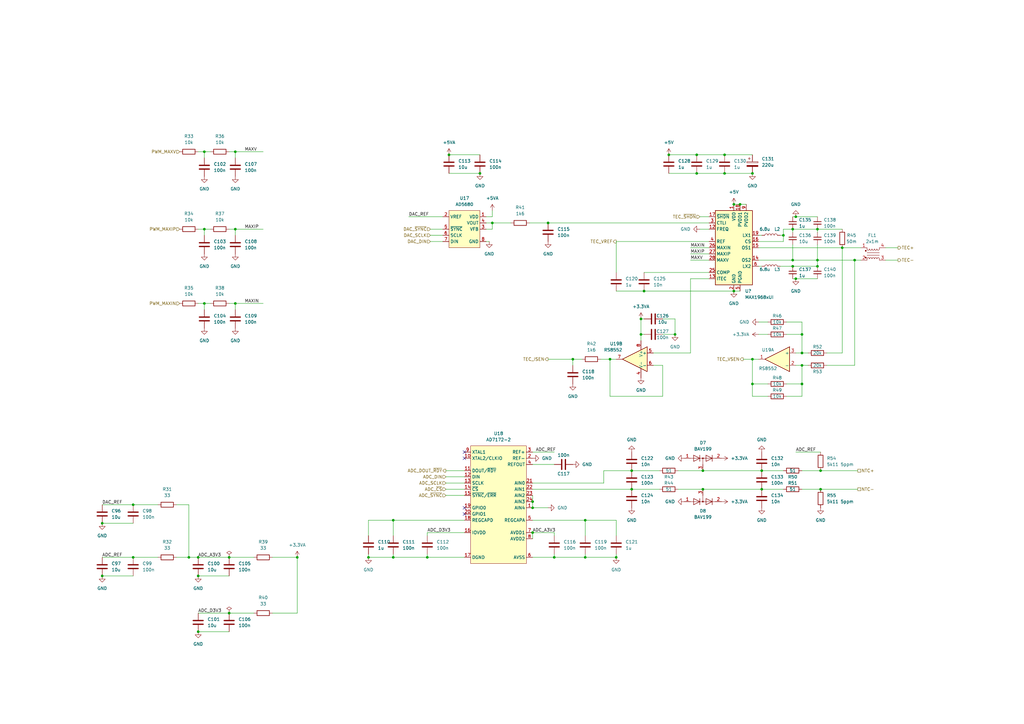
<source format=kicad_sch>
(kicad_sch (version 20211123) (generator eeschema)
  (paper "A3")
  (title_block (title "Kirdy") (date "2022-07-03") (rev "r0.1") (company "M-Labs") (comment 1 "Alex Wong Tat Hang"))
  (junction (at 300.99 119.38))
  (junction (at 350.52 106.68))
  (junction (at 297.18 63.5))
  (junction (at 274.32 63.5))
  (junction (at 300.99 83.82))
  (junction (at 201.93 91.44))
  (junction (at 252.73 228.6))
  (junction (at 96.52 62.23))
  (junction (at 308.61 147.32))
  (junction (at 161.29 213.36))
  (junction (at 325.12 106.68))
  (junction (at 234.95 147.32))
  (junction (at 83.82 62.23))
  (junction (at 41.91 214.63))
  (junction (at 81.28 259.08))
  (junction (at 121.92 228.6))
  (junction (at 218.44 218.44))
  (junction (at 328.93 149.86))
  (junction (at 336.55 193.04))
  (junction (at 218.44 208.28))
  (junction (at 161.29 228.6))
  (junction (at 308.61 71.12))
  (junction (at 93.98 251.46))
  (junction (at 325.12 93.98))
  (junction (at 224.79 91.44))
  (junction (at 262.89 137.16))
  (junction (at 285.75 71.12))
  (junction (at 308.61 157.48))
  (junction (at 326.39 114.3))
  (junction (at 250.19 147.32))
  (junction (at 83.82 93.98))
  (junction (at 81.28 228.6))
  (junction (at 83.82 124.46))
  (junction (at 175.26 228.6))
  (junction (at 259.08 193.04))
  (junction (at 81.28 236.22))
  (junction (at 321.31 96.52))
  (junction (at 93.98 228.6))
  (junction (at 54.61 228.6))
  (junction (at 218.44 205.74))
  (junction (at 184.15 63.5))
  (junction (at 240.03 228.6))
  (junction (at 335.28 109.22))
  (junction (at 345.44 101.6))
  (junction (at 259.08 200.66))
  (junction (at 328.93 137.16))
  (junction (at 96.52 93.98))
  (junction (at 227.33 228.6))
  (junction (at 96.52 124.46))
  (junction (at 303.53 83.82))
  (junction (at 41.91 236.22))
  (junction (at 312.42 193.04))
  (junction (at 328.93 157.48))
  (junction (at 288.29 193.04))
  (junction (at 325.12 109.22))
  (junction (at 196.85 71.12))
  (junction (at 336.55 200.66))
  (junction (at 262.89 130.81))
  (junction (at 240.03 213.36))
  (junction (at 288.29 200.66))
  (junction (at 328.93 144.78))
  (junction (at 151.13 228.6))
  (junction (at 264.16 119.38))
  (junction (at 77.47 228.6))
  (junction (at 335.28 93.98))
  (junction (at 276.86 137.16))
  (junction (at 285.75 63.5))
  (junction (at 297.18 71.12))
  (junction (at 335.28 106.68))
  (junction (at 312.42 200.66))
  (junction (at 54.61 207.01))
  (junction (at 326.39 88.9))
  (no_connect (at 190.5 185.42))
  (no_connect (at 190.5 187.96))
  (no_connect (at 190.5 208.28))
  (no_connect (at 190.5 210.82))
  (wire (pts (xy 320.04 96.52) (xy 321.31 96.52)))
  (wire (pts (xy 274.32 63.5) (xy 285.75 63.5)))
  (wire (pts (xy 328.93 144.78) (xy 331.47 144.78)))
  (wire (pts (xy 218.44 205.74) (xy 218.44 208.28)))
  (wire (pts (xy 218.44 218.44) (xy 227.33 218.44)))
  (wire (pts (xy 224.79 147.32) (xy 234.95 147.32)))
  (wire (pts (xy 308.61 147.32) (xy 311.15 147.32)))
  (wire (pts (xy 304.8 147.32) (xy 308.61 147.32)))
  (wire (pts (xy 41.91 236.22) (xy 54.61 236.22)))
  (wire (pts (xy 252.73 111.76) (xy 252.73 99.06)))
  (wire (pts (xy 182.88 203.2) (xy 190.5 203.2)))
  (wire (pts (xy 41.91 207.01) (xy 54.61 207.01)))
  (wire (pts (xy 328.93 149.86) (xy 331.47 149.86)))
  (wire (pts (xy 182.88 195.58) (xy 190.5 195.58)))
  (wire (pts (xy 175.26 218.44) (xy 190.5 218.44)))
  (wire (pts (xy 252.73 119.38) (xy 264.16 119.38)))
  (wire (pts (xy 252.73 213.36) (xy 252.73 219.71)))
  (wire (pts (xy 259.08 200.66) (xy 270.51 200.66)))
  (wire (pts (xy 151.13 219.71) (xy 151.13 213.36)))
  (wire (pts (xy 111.76 228.6) (xy 121.92 228.6)))
  (wire (pts (xy 93.98 251.46) (xy 104.14 251.46)))
  (wire (pts (xy 311.15 132.08) (xy 314.96 132.08)))
  (wire (pts (xy 259.08 193.04) (xy 270.51 193.04)))
  (wire (pts (xy 199.39 93.98) (xy 201.93 93.98)))
  (wire (pts (xy 325.12 106.68) (xy 335.28 106.68)))
  (wire (pts (xy 297.18 63.5) (xy 308.61 63.5)))
  (wire (pts (xy 250.19 147.32) (xy 252.73 147.32)))
  (wire (pts (xy 285.75 71.12) (xy 297.18 71.12)))
  (wire (pts (xy 312.42 193.04) (xy 321.31 193.04)))
  (wire (pts (xy 264.16 119.38) (xy 300.99 119.38)))
  (wire (pts (xy 176.53 99.06) (xy 181.61 99.06)))
  (wire (pts (xy 322.58 157.48) (xy 328.93 157.48)))
  (wire (pts (xy 227.33 218.44) (xy 227.33 219.71)))
  (wire (pts (xy 83.82 93.98) (xy 86.36 93.98)))
  (wire (pts (xy 339.09 144.78) (xy 345.44 144.78)))
  (wire (pts (xy 271.78 162.56) (xy 271.78 149.86)))
  (wire (pts (xy 184.15 63.5) (xy 196.85 63.5)))
  (wire (pts (xy 218.44 213.36) (xy 240.03 213.36)))
  (wire (pts (xy 218.44 218.44) (xy 218.44 220.98)))
  (wire (pts (xy 151.13 213.36) (xy 161.29 213.36)))
  (wire (pts (xy 151.13 228.6) (xy 161.29 228.6)))
  (wire (pts (xy 321.31 93.98) (xy 325.12 93.98)))
  (wire (pts (xy 350.52 106.68) (xy 350.52 149.86)))
  (wire (pts (xy 199.39 99.06) (xy 200.66 99.06)))
  (wire (pts (xy 96.52 124.46) (xy 96.52 127)))
  (wire (pts (xy 325.12 109.22) (xy 335.28 109.22)))
  (wire (pts (xy 287.02 88.9) (xy 290.83 88.9)))
  (wire (pts (xy 283.21 101.6) (xy 290.83 101.6)))
  (wire (pts (xy 363.22 101.6) (xy 368.3 101.6)))
  (wire (pts (xy 176.53 96.52) (xy 181.61 96.52)))
  (wire (pts (xy 271.78 149.86) (xy 267.97 149.86)))
  (wire (pts (xy 182.88 193.04) (xy 190.5 193.04)))
  (wire (pts (xy 262.89 137.16) (xy 262.89 139.7)))
  (wire (pts (xy 345.44 101.6) (xy 345.44 144.78)))
  (wire (pts (xy 326.39 144.78) (xy 328.93 144.78)))
  (wire (pts (xy 283.21 144.78) (xy 267.97 144.78)))
  (wire (pts (xy 247.65 198.12) (xy 247.65 193.04)))
  (wire (pts (xy 184.15 71.12) (xy 196.85 71.12)))
  (wire (pts (xy 311.15 101.6) (xy 345.44 101.6)))
  (wire (pts (xy 234.95 149.86) (xy 234.95 147.32)))
  (wire (pts (xy 96.52 124.46) (xy 107.95 124.46)))
  (wire (pts (xy 240.03 213.36) (xy 252.73 213.36)))
  (wire (pts (xy 328.93 193.04) (xy 336.55 193.04)))
  (wire (pts (xy 335.28 106.68) (xy 350.52 106.68)))
  (wire (pts (xy 182.88 198.12) (xy 190.5 198.12)))
  (wire (pts (xy 325.12 95.25) (xy 325.12 93.98)))
  (wire (pts (xy 328.93 200.66) (xy 336.55 200.66)))
  (wire (pts (xy 199.39 88.9) (xy 201.93 88.9)))
  (wire (pts (xy 335.28 100.33) (xy 335.28 106.68)))
  (wire (pts (xy 93.98 93.98) (xy 96.52 93.98)))
  (wire (pts (xy 264.16 130.81) (xy 262.89 130.81)))
  (wire (pts (xy 325.12 88.9) (xy 326.39 88.9)))
  (wire (pts (xy 250.19 162.56) (xy 271.78 162.56)))
  (wire (pts (xy 322.58 132.08) (xy 328.93 132.08)))
  (wire (pts (xy 83.82 62.23) (xy 83.82 64.77)))
  (wire (pts (xy 161.29 227.33) (xy 161.29 228.6)))
  (wire (pts (xy 81.28 259.08) (xy 93.98 259.08)))
  (wire (pts (xy 288.29 200.66) (xy 312.42 200.66)))
  (wire (pts (xy 264.16 111.76) (xy 290.83 111.76)))
  (wire (pts (xy 167.64 88.9) (xy 181.61 88.9)))
  (wire (pts (xy 246.38 147.32) (xy 250.19 147.32)))
  (wire (pts (xy 54.61 228.6) (xy 64.77 228.6)))
  (wire (pts (xy 240.03 227.33) (xy 240.03 228.6)))
  (wire (pts (xy 201.93 88.9) (xy 201.93 86.36)))
  (wire (pts (xy 311.15 106.68) (xy 325.12 106.68)))
  (wire (pts (xy 325.12 100.33) (xy 325.12 106.68)))
  (wire (pts (xy 234.95 147.32) (xy 238.76 147.32)))
  (wire (pts (xy 41.91 228.6) (xy 54.61 228.6)))
  (wire (pts (xy 83.82 124.46) (xy 83.82 127)))
  (wire (pts (xy 328.93 137.16) (xy 328.93 144.78)))
  (wire (pts (xy 175.26 228.6) (xy 190.5 228.6)))
  (wire (pts (xy 93.98 228.6) (xy 104.14 228.6)))
  (wire (pts (xy 218.44 190.5) (xy 227.33 190.5)))
  (wire (pts (xy 311.15 99.06) (xy 321.31 99.06)))
  (wire (pts (xy 218.44 200.66) (xy 259.08 200.66)))
  (wire (pts (xy 278.13 200.66) (xy 288.29 200.66)))
  (wire (pts (xy 96.52 93.98) (xy 96.52 96.52)))
  (wire (pts (xy 311.15 137.16) (xy 314.96 137.16)))
  (wire (pts (xy 326.39 149.86) (xy 328.93 149.86)))
  (wire (pts (xy 308.61 157.48) (xy 308.61 162.56)))
  (wire (pts (xy 54.61 207.01) (xy 64.77 207.01)))
  (wire (pts (xy 72.39 207.01) (xy 77.47 207.01)))
  (wire (pts (xy 326.39 114.3) (xy 335.28 114.3)))
  (wire (pts (xy 325.12 114.3) (xy 326.39 114.3)))
  (wire (pts (xy 77.47 207.01) (xy 77.47 228.6)))
  (wire (pts (xy 218.44 208.28) (xy 224.79 208.28)))
  (wire (pts (xy 247.65 198.12) (xy 218.44 198.12)))
  (wire (pts (xy 252.73 227.33) (xy 252.73 228.6)))
  (wire (pts (xy 199.39 91.44) (xy 201.93 91.44)))
  (wire (pts (xy 328.93 162.56) (xy 328.93 157.48)))
  (wire (pts (xy 111.76 251.46) (xy 121.92 251.46)))
  (wire (pts (xy 83.82 93.98) (xy 83.82 96.52)))
  (wire (pts (xy 93.98 62.23) (xy 96.52 62.23)))
  (wire (pts (xy 224.79 91.44) (xy 290.83 91.44)))
  (wire (pts (xy 287.02 93.98) (xy 290.83 93.98)))
  (wire (pts (xy 322.58 137.16) (xy 328.93 137.16)))
  (wire (pts (xy 81.28 236.22) (xy 93.98 236.22)))
  (wire (pts (xy 276.86 130.81) (xy 276.86 137.16)))
  (wire (pts (xy 201.93 93.98) (xy 201.93 91.44)))
  (wire (pts (xy 218.44 185.42) (xy 227.33 185.42)))
  (wire (pts (xy 322.58 162.56) (xy 328.93 162.56)))
  (wire (pts (xy 328.93 132.08) (xy 328.93 137.16)))
  (wire (pts (xy 41.91 214.63) (xy 54.61 214.63)))
  (wire (pts (xy 176.53 93.98) (xy 181.61 93.98)))
  (wire (pts (xy 81.28 93.98) (xy 83.82 93.98)))
  (wire (pts (xy 81.28 228.6) (xy 93.98 228.6)))
  (wire (pts (xy 335.28 95.25) (xy 335.28 93.98)))
  (wire (pts (xy 96.52 62.23) (xy 107.95 62.23)))
  (wire (pts (xy 321.31 99.06) (xy 321.31 96.52)))
  (wire (pts (xy 175.26 227.33) (xy 175.26 228.6)))
  (wire (pts (xy 218.44 203.2) (xy 218.44 205.74)))
  (wire (pts (xy 77.47 228.6) (xy 81.28 228.6)))
  (wire (pts (xy 326.39 185.42) (xy 336.55 185.42)))
  (wire (pts (xy 121.92 251.46) (xy 121.92 228.6)))
  (wire (pts (xy 271.78 137.16) (xy 276.86 137.16)))
  (wire (pts (xy 311.15 96.52) (xy 312.42 96.52)))
  (wire (pts (xy 283.21 114.3) (xy 290.83 114.3)))
  (wire (pts (xy 96.52 93.98) (xy 107.95 93.98)))
  (wire (pts (xy 81.28 62.23) (xy 83.82 62.23)))
  (wire (pts (xy 240.03 213.36) (xy 240.03 219.71)))
  (wire (pts (xy 264.16 137.16) (xy 262.89 137.16)))
  (wire (pts (xy 321.31 96.52) (xy 321.31 93.98)))
  (wire (pts (xy 335.28 106.68) (xy 335.28 109.22)))
  (wire (pts (xy 217.17 91.44) (xy 224.79 91.44)))
  (wire (pts (xy 312.42 200.66) (xy 321.31 200.66)))
  (wire (pts (xy 335.28 93.98) (xy 345.44 93.98)))
  (wire (pts (xy 274.32 71.12) (xy 285.75 71.12)))
  (wire (pts (xy 262.89 130.81) (xy 262.89 137.16)))
  (wire (pts (xy 250.19 147.32) (xy 250.19 162.56)))
  (wire (pts (xy 336.55 200.66) (xy 351.79 200.66)))
  (wire (pts (xy 285.75 63.5) (xy 297.18 63.5)))
  (wire (pts (xy 182.88 200.66) (xy 190.5 200.66)))
  (wire (pts (xy 288.29 193.04) (xy 312.42 193.04)))
  (wire (pts (xy 81.28 124.46) (xy 83.82 124.46)))
  (wire (pts (xy 300.99 83.82) (xy 303.53 83.82)))
  (wire (pts (xy 83.82 124.46) (xy 86.36 124.46)))
  (wire (pts (xy 350.52 106.68) (xy 353.06 106.68)))
  (wire (pts (xy 278.13 193.04) (xy 288.29 193.04)))
  (wire (pts (xy 283.21 114.3) (xy 283.21 144.78)))
  (wire (pts (xy 81.28 251.46) (xy 93.98 251.46)))
  (wire (pts (xy 96.52 62.23) (xy 96.52 64.77)))
  (wire (pts (xy 345.44 101.6) (xy 353.06 101.6)))
  (wire (pts (xy 252.73 99.06) (xy 290.83 99.06)))
  (wire (pts (xy 363.22 106.68) (xy 368.3 106.68)))
  (wire (pts (xy 328.93 157.48) (xy 328.93 149.86)))
  (wire (pts (xy 314.96 157.48) (xy 308.61 157.48)))
  (wire (pts (xy 93.98 124.46) (xy 96.52 124.46)))
  (wire (pts (xy 227.33 227.33) (xy 227.33 228.6)))
  (wire (pts (xy 218.44 228.6) (xy 227.33 228.6)))
  (wire (pts (xy 300.99 119.38) (xy 303.53 119.38)))
  (wire (pts (xy 72.39 228.6) (xy 77.47 228.6)))
  (wire (pts (xy 161.29 228.6) (xy 175.26 228.6)))
  (wire (pts (xy 308.61 157.48) (xy 308.61 147.32)))
  (wire (pts (xy 303.53 83.82) (xy 306.07 83.82)))
  (wire (pts (xy 271.78 130.81) (xy 276.86 130.81)))
  (wire (pts (xy 201.93 91.44) (xy 209.55 91.44)))
  (wire (pts (xy 308.61 162.56) (xy 314.96 162.56)))
  (wire (pts (xy 247.65 193.04) (xy 259.08 193.04)))
  (wire (pts (xy 83.82 62.23) (xy 86.36 62.23)))
  (wire (pts (xy 336.55 193.04) (xy 351.79 193.04)))
  (wire (pts (xy 161.29 213.36) (xy 161.29 219.71)))
  (wire (pts (xy 326.39 88.9) (xy 335.28 88.9)))
  (wire (pts (xy 311.15 109.22) (xy 312.42 109.22)))
  (wire (pts (xy 227.33 228.6) (xy 240.03 228.6)))
  (wire (pts (xy 320.04 109.22) (xy 325.12 109.22)))
  (wire (pts (xy 339.09 149.86) (xy 350.52 149.86)))
  (wire (pts (xy 297.18 71.12) (xy 308.61 71.12)))
  (wire (pts (xy 161.29 213.36) (xy 190.5 213.36)))
  (wire (pts (xy 283.21 104.14) (xy 290.83 104.14)))
  (wire (pts (xy 283.21 106.68) (xy 290.83 106.68)))
  (wire (pts (xy 240.03 228.6) (xy 252.73 228.6)))
  (wire (pts (xy 151.13 227.33) (xy 151.13 228.6)))
  (wire (pts (xy 325.12 93.98) (xy 335.28 93.98)))
  (wire (pts (xy 175.26 218.44) (xy 175.26 219.71)))
  (label "DAC_REF" (at 167.64 88.9 0))
  (label "ADC_D3V3" (at 175.26 218.44 0))
  (label "MAXV" (at 100.33 62.23 0))
  (label "MAXIN" (at 100.33 124.46 0))
  (label "ADC_REF" (at 41.91 228.6 0))
  (label "MAXIN" (at 283.21 101.6 0))
  (label "ADC_A3V3" (at 81.28 228.6 0))
  (label "MAXV" (at 283.21 106.68 0))
  (label "DAC_REF" (at 41.91 207.01 0))
  (label "MAXIP" (at 100.33 93.98 0))
  (label "ADC_REF" (at 326.39 185.42 0))
  (label "ADC_D3V3" (at 81.28 251.46 0))
  (label "ADC_REF" (at 219.71 185.42 0))
  (label "ADC_A3V3" (at 218.44 218.44 0))
  (label "MAXIP" (at 283.21 104.14 0))
  (hierarchical_label "ADC_DOUT_~{RDY}" (shape output) (at 182.88 193.04 180))
  (hierarchical_label "TEC+" (shape output) (at 368.3 101.6 0))
  (hierarchical_label "PWM_MAXIP" (shape input) (at 73.66 93.98 180))
  (hierarchical_label "DAC_DIN" (shape input) (at 176.53 99.06 180))
  (hierarchical_label "PWM_MAXIN" (shape input) (at 73.66 124.46 180))
  (hierarchical_label "TEC_VREF" (shape output) (at 252.73 99.06 180))
  (hierarchical_label "TEC_~{SHDN}" (shape input) (at 287.02 88.9 180))
  (hierarchical_label "DAC_SCLK" (shape input) (at 176.53 96.52 180))
  (hierarchical_label "TEC_ISEN" (shape output) (at 224.79 147.32 180))
  (hierarchical_label "ADC_~{CS}" (shape input) (at 182.88 200.66 180))
  (hierarchical_label "NTC-" (shape passive) (at 351.79 200.66 0))
  (hierarchical_label "ADC_DIN" (shape input) (at 182.88 195.58 180))
  (hierarchical_label "NTC+" (shape passive) (at 351.79 193.04 0))
  (hierarchical_label "TEC-" (shape output) (at 368.3 106.68 0))
  (hierarchical_label "PWM_MAXV" (shape input) (at 73.66 62.23 180))
  (hierarchical_label "ADC_SCLK" (shape input) (at 182.88 198.12 180))
  (hierarchical_label "TEC_VSEN" (shape output) (at 304.8 147.32 180))
  (hierarchical_label "ADC_~{SYNC}" (shape input) (at 182.88 203.2 180))
  (hierarchical_label "DAC_~{SYNC}" (shape input) (at 176.53 93.98 180))
  (symbol (lib_id "power:GND") (at 81.28 236.22 0) (unit 1)
    (property "Reference" "#PWR084" (effects hide))
    (property "Value" "GND" (at 81.28 241.3 0))
  )
  (symbol (lib_id "Device:C") (at 240.03 223.52 0) (unit 1)
    (property "Reference" "C119" (at 243.84 222.2499 0) (effects (justify left)))
    (property "Value" "100n" (at 243.84 224.7899 0) (effects (justify left)))
    (property "Footprint" "Capacitor_SMD:C_0603_1608Metric" (effects hide))
    (property "MFR_PN" "CL10B104KB8NNWC" (effects hide))
    (property "MFR_PN_ALT" "CL10B104KB8NNNL" (effects hide))
  )
  (symbol (lib_id "Device:C") (at 175.26 223.52 0) (unit 1)
    (property "Reference" "C112" (at 179.07 222.2499 0) (effects (justify left)))
    (property "Value" "100n" (at 179.07 224.7899 0) (effects (justify left)))
    (property "Footprint" "Capacitor_SMD:C_0603_1608Metric" (effects hide))
    (property "MFR_PN" "CL10B104KB8NNWC" (effects hide))
    (property "MFR_PN_ALT" "CL10B104KB8NNNL" (effects hide))
  )
  (symbol (lib_id "kirdy:AD5680") (at 190.5 101.6 0) (unit 1)
    (property "Reference" "U17" (at 190.5 81.28 0))
    (property "Value" "AD5680" (at 190.5 83.82 0))
    (property "Footprint" "Package_TO_SOT_SMD:SOT-23-8" (effects hide))
    (property "Datasheet" "https://www.analog.com/media/en/technical-documentation/data-sheets/ad5680.pdf" (effects hide))
    (property "MFR_PN" "AD5680BRJZ" (effects hide))
  )
  (symbol (lib_id "power:GND") (at 41.91 236.22 0) (unit 1)
    (property "Reference" "#PWR083" (effects hide))
    (property "Value" "GND" (at 41.91 241.3 0))
  )
  (symbol (lib_id "power:GND") (at 200.66 99.06 0) (unit 1)
    (property "Reference" "#PWR096" (effects hide))
    (property "Value" "GND" (at 200.66 104.14 0))
  )
  (symbol (lib_id "Device:C") (at 81.28 255.27 0) (unit 1)
    (property "Reference" "C101" (at 85.09 253.9999 0) (effects (justify left)))
    (property "Value" "10u" (at 85.09 256.5399 0) (effects (justify left)))
    (property "Footprint" "Capacitor_SMD:C_0805_2012Metric" (effects hide))
    (property "MFR_PN" "CL21B106KOQNNNG" (effects hide))
    (property "MFR_PN_ALT" "CL21B106KOQNNNE" (effects hide))
  )
  (symbol (lib_id "Device:R") (at 345.44 97.79 180) (unit 1)
    (property "Reference" "R45" (at 349.25 96.52 0))
    (property "Value" "50m" (at 349.25 99.06 0))
    (property "Footprint" "Resistor_SMD:R_2010_5025Metric" (effects hide))
    (property "MFR_PN" "WSL2010R5000FEA18" (effects hide))
    (property "MFR_PN_ALT" "WSLT2010R5000FEA18" (effects hide))
  )
  (symbol (lib_id "Device:C") (at 252.73 223.52 0) (unit 1)
    (property "Reference" "C121" (at 256.54 222.2499 0) (effects (justify left)))
    (property "Value" "1u" (at 256.54 224.7899 0) (effects (justify left)))
    (property "Footprint" "Capacitor_SMD:C_0603_1608Metric" (effects hide))
    (property "MFR_PN" "CL10B105KA8NNNC" (effects hide))
    (property "MFR_PN_ALT" "CGA3E1X7R1E105K080AC" (effects hide))
  )
  (symbol (lib_id "power:+3.3VA") (at 121.92 228.6 0) (unit 1)
    (property "Reference" "#PWR092" (effects hide))
    (property "Value" "+3.3VA" (at 121.92 223.52 0))
  )
  (symbol (lib_id "power:+5V") (at 274.32 63.5 0) (unit 1)
    (property "Reference" "#PWR0108" (effects hide))
    (property "Value" "+5V" (at 274.32 58.42 0))
  )
  (symbol (lib_id "Device:R") (at 107.95 251.46 90) (unit 1)
    (property "Reference" "R40" (at 107.95 245.11 90))
    (property "Value" "33" (at 107.95 247.65 90))
    (property "Footprint" "Resistor_SMD:R_0603_1608Metric" (effects hide))
    (property "MFR_PN" "RC0603FR-0733RL" (effects hide))
    (property "MFR_PN_ALT" "CRGCQ0603F33R" (effects hide))
  )
  (symbol (lib_id "Device:Filter_EMI_LL_1423") (at 358.14 104.14 0) (mirror x) (unit 1)
    (property "Reference" "FL1" (at 357.759 96.52 0))
    (property "Value" "2x1m" (at 357.759 99.06 0))
    (property "Footprint" "Inductor_SMD:L_CommonModeChoke_Wuerth_WE-SL5" (effects hide))
    (property "MFR_PN" "744273501" (effects hide))
  )
  (symbol (lib_id "Device:R") (at 318.77 132.08 90) (unit 1)
    (property "Reference" "R46" (at 318.77 129.54 90))
    (property "Value" "10k" (at 318.77 132.08 90))
    (property "Footprint" "Resistor_SMD:R_0603_1608Metric" (effects hide))
    (property "MFR_PN" "RNCP0603FTD10K0" (effects hide))
    (property "MFR_PN_ALT" "RMCF0603FT10K0" (effects hide))
  )
  (symbol (lib_id "power:GND") (at 83.82 104.14 0) (unit 1)
    (property "Reference" "#PWR087" (effects hide))
    (property "Value" "GND" (at 83.82 109.22 0))
  )
  (symbol (lib_id "Device:R") (at 90.17 62.23 90) (unit 1)
    (property "Reference" "R36" (at 90.17 55.88 90))
    (property "Value" "10k" (at 90.17 58.42 90))
    (property "Footprint" "Resistor_SMD:R_0603_1608Metric" (effects hide))
    (property "MFR_PN" "RNCP0603FTD10K0" (effects hide))
    (property "MFR_PN_ALT" "RMCF0603FT10K0" (effects hide))
  )
  (symbol (lib_id "Device:R") (at 274.32 193.04 90) (unit 1)
    (property "Reference" "R43" (at 274.32 195.58 90))
    (property "Value" "51" (at 274.32 193.04 90))
    (property "Footprint" "Resistor_SMD:R_0603_1608Metric" (effects hide))
    (property "MFR_PN" "ESR03EZPF51R0" (effects hide))
    (property "MFR_PN_ALT" "RMCF0603FT51R0" (effects hide))
  )
  (symbol (lib_id "kirdy:RS8552") (at 260.35 147.32 0) (mirror y) (unit 3)
    (property "Reference" "U19" (effects hide))
    (property "Value" "RS8552" (effects hide))
    (property "Footprint" "Package_SO:SOIC-8_3.9x4.9mm_P1.27mm" (effects hide))
    (property "Datasheet" "https://datasheet.lcsc.com/lcsc/2010160333_Jiangsu-RUNIC-Tech-RS8554XP_C236997.pdf" (effects hide))
    (property "MFR_PN" "RS8552XK" (effects hide))
  )
  (symbol (lib_id "power:GND") (at 308.61 71.12 0) (unit 1)
    (property "Reference" "#PWR0117" (effects hide))
    (property "Value" "GND" (at 308.61 76.2 0))
  )
  (symbol (lib_id "Device:R") (at 325.12 193.04 90) (unit 1)
    (property "Reference" "R50" (at 325.12 195.58 90))
    (property "Value" "51" (at 325.12 193.04 90))
    (property "Footprint" "Resistor_SMD:R_0603_1608Metric" (effects hide))
    (property "MFR_PN" "ESR03EZPF51R0" (effects hide))
    (property "MFR_PN_ALT" "RMCF0603FT51R0" (effects hide))
  )
  (symbol (lib_id "power:GND") (at 311.15 132.08 270) (unit 1)
    (property "Reference" "#PWR0118" (effects hide))
    (property "Value" "GND" (at 307.34 132.0799 90) (effects (justify right)))
  )
  (symbol (lib_id "Device:R") (at 274.32 200.66 90) (unit 1)
    (property "Reference" "R44" (at 274.32 198.12 90))
    (property "Value" "51" (at 274.32 200.66 90))
    (property "Footprint" "Resistor_SMD:R_0603_1608Metric" (effects hide))
    (property "MFR_PN" "ESR03EZPF51R0" (effects hide))
    (property "MFR_PN_ALT" "RMCF0603FT51R0" (effects hide))
  )
  (symbol (lib_id "kirdy:AD7172-2") (at 204.47 209.55 0) (mirror y) (unit 1)
    (property "Reference" "U18" (at 204.47 177.8 0))
    (property "Value" "AD7172-2" (at 204.47 180.34 0))
    (property "Footprint" "Package_SO:TSSOP-24_4.4x7.8mm_P0.65mm" (effects hide))
    (property "Datasheet" "https://www.analog.com/media/en/technical-documentation/data-sheets/ad7172-2.pdf" (effects hide))
    (property "MFR_PN" "AD7172-2BRUZ" (effects hide))
  )
  (symbol (lib_id "Device:C") (at 93.98 232.41 0) (unit 1)
    (property "Reference" "C105" (at 97.79 231.1399 0) (effects (justify left)))
    (property "Value" "100n" (at 97.79 233.6799 0) (effects (justify left)))
    (property "Footprint" "Capacitor_SMD:C_0603_1608Metric" (effects hide))
    (property "MFR_PN" "CL10B104KB8NNWC" (effects hide))
    (property "MFR_PN_ALT" "CL10B104KB8NNNL" (effects hide))
  )
  (symbol (lib_id "power:GND") (at 83.82 134.62 0) (unit 1)
    (property "Reference" "#PWR088" (effects hide))
    (property "Value" "GND" (at 83.82 139.7 0))
  )
  (symbol (lib_id "Device:L") (at 316.23 109.22 90) (unit 1)
    (property "Reference" "L3" (at 318.77 110.49 90))
    (property "Value" "6.8u" (at 313.69 110.49 90))
    (property "Footprint" "Inductor_SMD:L_Wuerth_MAPI-4030" (effects hide))
    (property "MFR_PN" "74438357068" (effects hide))
  )
  (symbol (lib_id "power:GND") (at 234.95 190.5 90) (unit 1)
    (property "Reference" "#PWR0102" (effects hide))
    (property "Value" "GND" (at 238.76 190.4999 90) (effects (justify right)))
  )
  (symbol (lib_id "Device:R") (at 77.47 93.98 90) (unit 1)
    (property "Reference" "R34" (at 77.47 87.63 90))
    (property "Value" "10k" (at 77.47 90.17 90))
    (property "Footprint" "Resistor_SMD:R_0603_1608Metric" (effects hide))
    (property "MFR_PN" "RNCP0603FTD10K0" (effects hide))
    (property "MFR_PN_ALT" "RMCF0603FT10K0" (effects hide))
  )
  (symbol (lib_id "Device:R") (at 325.12 200.66 90) (unit 1)
    (property "Reference" "R51" (at 325.12 198.12 90))
    (property "Value" "51" (at 325.12 200.66 90))
    (property "Footprint" "Resistor_SMD:R_0603_1608Metric" (effects hide))
    (property "MFR_PN" "ESR03EZPF51R0" (effects hide))
    (property "MFR_PN_ALT" "RMCF0603FT51R0" (effects hide))
  )
  (symbol (lib_id "Device:C") (at 41.91 232.41 0) (unit 1)
    (property "Reference" "C97" (at 45.72 231.1399 0) (effects (justify left)))
    (property "Value" "10u" (at 45.72 233.6799 0) (effects (justify left)))
    (property "Footprint" "Capacitor_SMD:C_0805_2012Metric" (effects hide))
    (property "MFR_PN" "CL21B106KOQNNNG" (effects hide))
    (property "MFR_PN_ALT" "CL21B106KOQNNNE" (effects hide))
  )
  (symbol (lib_id "Device:C") (at 259.08 196.85 0) (unit 1)
    (property "Reference" "C123" (at 262.89 195.5799 0) (effects (justify left)))
    (property "Value" "100n" (at 262.89 198.1199 0) (effects (justify left)))
    (property "Footprint" "Capacitor_SMD:C_0603_1608Metric" (effects hide))
    (property "MFR_PN" "CL10B104KB8NNWC" (effects hide))
    (property "MFR_PN_ALT" "CL10B104KB8NNNL" (effects hide))
  )
  (symbol (lib_id "power:GND") (at 96.52 72.39 0) (unit 1)
    (property "Reference" "#PWR089" (effects hide))
    (property "Value" "GND" (at 96.52 77.47 0))
  )
  (symbol (lib_id "Device:C") (at 297.18 67.31 0) (unit 1)
    (property "Reference" "C130" (at 300.99 66.0399 0) (effects (justify left)))
    (property "Value" "1u" (at 300.99 68.5799 0) (effects (justify left)))
    (property "Footprint" "Capacitor_SMD:C_0603_1608Metric" (effects hide))
    (property "MFR_PN" "CL10B105KA8NNNC" (effects hide))
    (property "MFR_PN_ALT" "CGA3E1X7R1E105K080AC" (effects hide))
  )
  (symbol (lib_id "Device:C") (at 285.75 67.31 0) (unit 1)
    (property "Reference" "C129" (at 289.56 66.0399 0) (effects (justify left)))
    (property "Value" "1u" (at 289.56 68.5799 0) (effects (justify left)))
    (property "Footprint" "Capacitor_SMD:C_0603_1608Metric" (effects hide))
    (property "MFR_PN" "CL10B105KA8NNNC" (effects hide))
    (property "MFR_PN_ALT" "CGA3E1X7R1E105K080AC" (effects hide))
  )
  (symbol (lib_id "Device:C") (at 41.91 210.82 0) (unit 1)
    (property "Reference" "C96" (at 45.72 209.5499 0) (effects (justify left)))
    (property "Value" "10u" (at 45.72 212.0899 0) (effects (justify left)))
    (property "Footprint" "Capacitor_SMD:C_0805_2012Metric" (effects hide))
    (property "MFR_PN" "CL21B106KOQNNNG" (effects hide))
    (property "MFR_PN_ALT" "CL21B106KOQNNNE" (effects hide))
  )
  (symbol (lib_id "Device:C") (at 267.97 137.16 90) (unit 1)
    (property "Reference" "C127" (at 271.78 135.89 90))
    (property "Value" "100n" (at 271.78 138.43 90))
    (property "Footprint" "Capacitor_SMD:C_0603_1608Metric" (effects hide))
    (property "MFR_PN" "CL10B104KB8NNWC" (effects hide))
    (property "MFR_PN_ALT" "CL10B104KB8NNNL" (effects hide))
  )
  (symbol (lib_id "Device:C_Small") (at 325.12 97.79 0) (unit 1)
    (property "Reference" "C136" (at 327.66 96.5262 0) (effects (justify left)))
    (property "Value" "10u" (at 327.66 99.0662 0) (effects (justify left)))
    (property "Footprint" "Capacitor_SMD:C_0805_2012Metric" (effects hide))
    (property "MFR_PN" "CL21B106KOQNNNG" (effects hide))
    (property "MFR_PN_ALT" "CL21B106KOQNNNE" (effects hide))
  )
  (symbol (lib_id "power:GND") (at 224.79 208.28 90) (unit 1)
    (property "Reference" "#PWR0100" (effects hide))
    (property "Value" "GND" (at 228.6 208.2799 90) (effects (justify right)))
  )
  (symbol (lib_id "Device:C") (at 96.52 130.81 0) (unit 1)
    (property "Reference" "C109" (at 100.33 129.5399 0) (effects (justify left)))
    (property "Value" "100n" (at 100.33 132.0799 0) (effects (justify left)))
    (property "Footprint" "Capacitor_SMD:C_0603_1608Metric" (effects hide))
    (property "MFR_PN" "CL10B104KB8NNWC" (effects hide))
    (property "MFR_PN_ALT" "CL10B104KB8NNNL" (effects hide))
  )
  (symbol (lib_id "Device:R") (at 242.57 147.32 90) (unit 1)
    (property "Reference" "R42" (at 242.57 140.97 90))
    (property "Value" "1k6" (at 242.57 143.51 90))
    (property "Footprint" "Resistor_SMD:R_0603_1608Metric" (effects hide))
    (property "MFR_PN" "RT0603FRE071K6L" (effects hide))
    (property "MFR_PN_ALT" "RMCF0603FT1K60" (effects hide))
  )
  (symbol (lib_id "Device:R") (at 90.17 93.98 90) (unit 1)
    (property "Reference" "R37" (at 90.17 87.63 90))
    (property "Value" "10k" (at 90.17 90.17 90))
    (property "Footprint" "Resistor_SMD:R_0603_1608Metric" (effects hide))
    (property "MFR_PN" "RNCP0603FTD10K0" (effects hide))
    (property "MFR_PN_ALT" "RMCF0603FT10K0" (effects hide))
  )
  (symbol (lib_id "Device:R") (at 336.55 189.23 0) (unit 1)
    (property "Reference" "R54" (at 339.09 187.9599 0) (effects (justify left)))
    (property "Value" "5k11 5ppm" (at 339.09 190.4999 0) (effects (justify left)))
    (property "Footprint" "Resistor_SMD:R_0603_1608Metric" (effects hide))
    (property "MFR_PN" "RN73H1JTTD5111A05" (effects hide))
    (property "MFR_PN_ALT" "TNPU06035K11BZEN00" (effects hide))
  )
  (symbol (lib_id "power:GND") (at 224.79 99.06 0) (unit 1)
    (property "Reference" "#PWR099" (effects hide))
    (property "Value" "GND" (at 224.79 104.14 0))
  )
  (symbol (lib_id "Device:C") (at 312.42 204.47 0) (unit 1)
    (property "Reference" "C134" (at 316.23 203.1999 0) (effects (justify left)))
    (property "Value" "10n" (at 316.23 205.7399 0) (effects (justify left)))
    (property "Footprint" "Capacitor_SMD:C_0603_1608Metric" (effects hide))
    (property "MFR_PN" "0603B103K500CT" (effects hide))
    (property "MFR_PN_ALT" "CL10B103KB8NNNC" (effects hide))
  )
  (symbol (lib_id "Device:C") (at 252.73 115.57 0) (unit 1)
    (property "Reference" "C120" (at 256.54 114.2999 0) (effects (justify left)))
    (property "Value" "1u" (at 256.54 116.8399 0) (effects (justify left)))
    (property "Footprint" "Capacitor_SMD:C_0603_1608Metric" (effects hide))
    (property "MFR_PN" "CL10B105KA8NNNC" (effects hide))
    (property "MFR_PN_ALT" "CGA3E1X7R1E105K080AC" (effects hide))
  )
  (symbol (lib_id "Device:C") (at 274.32 67.31 0) (unit 1)
    (property "Reference" "C128" (at 278.13 66.0399 0) (effects (justify left)))
    (property "Value" "1u" (at 278.13 68.5799 0) (effects (justify left)))
    (property "Footprint" "Capacitor_SMD:C_0603_1608Metric" (effects hide))
    (property "MFR_PN" "CL10B105KA8NNNC" (effects hide))
    (property "MFR_PN_ALT" "CGA3E1X7R1E105K080AC" (effects hide))
  )
  (symbol (lib_id "Device:C_Small") (at 325.12 111.76 0) (unit 1)
    (property "Reference" "C137" (at 327.66 110.4962 0) (effects (justify left)))
    (property "Value" "1u" (at 327.66 113.0362 0) (effects (justify left)))
    (property "Footprint" "Capacitor_SMD:C_0603_1608Metric" (effects hide))
    (property "MFR_PN" "CL10B105KA8NNNC" (effects hide))
    (property "MFR_PN_ALT" "CGA3E1X7R1E105K080AC" (effects hide))
  )
  (symbol (lib_id "Device:C") (at 184.15 67.31 0) (unit 1)
    (property "Reference" "C113" (at 187.96 66.0399 0) (effects (justify left)))
    (property "Value" "10u" (at 187.96 68.5799 0) (effects (justify left)))
    (property "Footprint" "Capacitor_SMD:C_0805_2012Metric" (effects hide))
    (property "MFR_PN" "CL21B106KOQNNNG" (effects hide))
    (property "MFR_PN_ALT" "CL21B106KOQNNNE" (effects hide))
  )
  (symbol (lib_id "power:GND") (at 252.73 228.6 0) (unit 1)
    (property "Reference" "#PWR0103" (effects hide))
    (property "Value" "GND" (at 252.73 233.68 0))
  )
  (symbol (lib_id "power:GND") (at 83.82 72.39 0) (unit 1)
    (property "Reference" "#PWR086" (effects hide))
    (property "Value" "GND" (at 83.82 77.47 0))
  )
  (symbol (lib_id "power:GND") (at 196.85 71.12 0) (unit 1)
    (property "Reference" "#PWR095" (effects hide))
    (property "Value" "GND" (at 196.85 76.2 0))
  )
  (symbol (lib_id "Device:R") (at 77.47 62.23 90) (unit 1)
    (property "Reference" "R33" (at 77.47 55.88 90))
    (property "Value" "10k" (at 77.47 58.42 90))
    (property "Footprint" "Resistor_SMD:R_0603_1608Metric" (effects hide))
    (property "MFR_PN" "RNCP0603FTD10K0" (effects hide))
    (property "MFR_PN_ALT" "RMCF0603FT10K0" (effects hide))
  )
  (symbol (lib_id "Device:C") (at 151.13 223.52 0) (unit 1)
    (property "Reference" "C110" (at 154.94 222.2499 0) (effects (justify left)))
    (property "Value" "1u" (at 154.94 224.7899 0) (effects (justify left)))
    (property "Footprint" "Capacitor_SMD:C_0603_1608Metric" (effects hide))
    (property "MFR_PN" "CL10B105KA8NNNC" (effects hide))
    (property "MFR_PN_ALT" "CGA3E1X7R1E105K080AC" (effects hide))
  )
  (symbol (lib_id "Device:R") (at 213.36 91.44 90) (unit 1)
    (property "Reference" "R41" (at 213.36 85.09 90))
    (property "Value" "1k6" (at 213.36 87.63 90))
    (property "Footprint" "Resistor_SMD:R_0603_1608Metric" (effects hide))
    (property "MFR_PN" "RT0603FRE071K6L" (effects hide))
    (property "MFR_PN_ALT" "RMCF0603FT1K60" (effects hide))
  )
  (symbol (lib_id "power:GND") (at 280.67 187.96 270) (unit 1)
    (property "Reference" "#PWR0110" (effects hide))
    (property "Value" "GND" (at 276.86 187.9599 90) (effects (justify right)))
  )
  (symbol (lib_id "Device:R") (at 68.58 207.01 90) (unit 1)
    (property "Reference" "R31" (at 68.58 200.66 90))
    (property "Value" "33" (at 68.58 203.2 90))
    (property "Footprint" "Resistor_SMD:R_0603_1608Metric" (effects hide))
    (property "MFR_PN" "RC0603FR-0733RL" (effects hide))
    (property "MFR_PN_ALT" "CRGCQ0603F33R" (effects hide))
  )
  (symbol (lib_id "Device:C") (at 96.52 68.58 0) (unit 1)
    (property "Reference" "C107" (at 100.33 67.3099 0) (effects (justify left)))
    (property "Value" "100n" (at 100.33 69.8499 0) (effects (justify left)))
    (property "Footprint" "Capacitor_SMD:C_0603_1608Metric" (effects hide))
    (property "MFR_PN" "CL10B104KB8NNWC" (effects hide))
    (property "MFR_PN_ALT" "CL10B104KB8NNNL" (effects hide))
  )
  (symbol (lib_id "Device:R") (at 336.55 204.47 0) (unit 1)
    (property "Reference" "R55" (at 339.09 203.1999 0) (effects (justify left)))
    (property "Value" "5k11 5ppm" (at 339.09 205.7399 0) (effects (justify left)))
    (property "Footprint" "Resistor_SMD:R_0603_1608Metric" (effects hide))
    (property "MFR_PN" "RN73H1JTTD5111A05" (effects hide))
    (property "MFR_PN_ALT" "TNPU06035K11BZEN00" (effects hide))
  )
  (symbol (lib_id "Device:C") (at 81.28 232.41 0) (unit 1)
    (property "Reference" "C100" (at 85.09 231.1399 0) (effects (justify left)))
    (property "Value" "10u" (at 85.09 233.6799 0) (effects (justify left)))
    (property "Footprint" "Capacitor_SMD:C_0805_2012Metric" (effects hide))
    (property "MFR_PN" "CL21B106KOQNNNG" (effects hide))
    (property "MFR_PN_ALT" "CL21B106KOQNNNE" (effects hide))
  )
  (symbol (lib_id "Device:C") (at 196.85 67.31 0) (unit 1)
    (property "Reference" "C114" (at 200.66 66.0399 0) (effects (justify left)))
    (property "Value" "100n" (at 200.66 68.5799 0) (effects (justify left)))
    (property "Footprint" "Capacitor_SMD:C_0603_1608Metric" (effects hide))
    (property "MFR_PN" "CL10B104KB8NNWC" (effects hide))
    (property "MFR_PN_ALT" "CL10B104KB8NNNL" (effects hide))
  )
  (symbol (lib_id "power:+3.3VA") (at 262.89 130.81 0) (unit 1)
    (property "Reference" "#PWR0106" (effects hide))
    (property "Value" "+3.3VA" (at 262.89 125.73 0))
  )
  (symbol (lib_id "power:GND") (at 234.95 157.48 0) (unit 1)
    (property "Reference" "#PWR0101" (effects hide))
    (property "Value" "GND" (at 234.95 162.56 0))
  )
  (symbol (lib_id "Device:C_Small") (at 325.12 91.44 0) (unit 1)
    (property "Reference" "C135" (at 327.66 90.1762 0) (effects (justify left)))
    (property "Value" "1u" (at 327.66 92.7162 0) (effects (justify left)))
    (property "Footprint" "Capacitor_SMD:C_0603_1608Metric" (effects hide))
    (property "MFR_PN" "CL10B105KA8NNNC" (effects hide))
    (property "MFR_PN_ALT" "CGA3E1X7R1E105K080AC" (effects hide))
  )
  (symbol (lib_id "Device:C") (at 83.82 68.58 0) (unit 1)
    (property "Reference" "C102" (at 87.63 67.3099 0) (effects (justify left)))
    (property "Value" "100n" (at 87.63 69.8499 0) (effects (justify left)))
    (property "Footprint" "Capacitor_SMD:C_0603_1608Metric" (effects hide))
    (property "MFR_PN" "CL10B104KB8NNWC" (effects hide))
    (property "MFR_PN_ALT" "CL10B104KB8NNNL" (effects hide))
  )
  (symbol (lib_id "Device:L") (at 316.23 96.52 90) (unit 1)
    (property "Reference" "L2" (at 318.77 93.98 90))
    (property "Value" "6.8u" (at 313.69 93.98 90))
    (property "Footprint" "Inductor_SMD:L_Wuerth_MAPI-4030" (effects hide))
    (property "MFR_PN" "74438357068" (effects hide))
  )
  (symbol (lib_id "Device:C") (at 234.95 153.67 0) (unit 1)
    (property "Reference" "C118" (at 238.76 152.3999 0) (effects (justify left)))
    (property "Value" "100n" (at 238.76 154.9399 0) (effects (justify left)))
    (property "Footprint" "Capacitor_SMD:C_0603_1608Metric" (effects hide))
    (property "MFR_PN" "CL10B104KB8NNWC" (effects hide))
    (property "MFR_PN_ALT" "CL10B104KB8NNNL" (effects hide))
  )
  (symbol (lib_id "Device:C") (at 83.82 100.33 0) (unit 1)
    (property "Reference" "C103" (at 87.63 99.0599 0) (effects (justify left)))
    (property "Value" "100n" (at 87.63 101.5999 0) (effects (justify left)))
    (property "Footprint" "Capacitor_SMD:C_0603_1608Metric" (effects hide))
    (property "MFR_PN" "CL10B104KB8NNWC" (effects hide))
    (property "MFR_PN_ALT" "CL10B104KB8NNNL" (effects hide))
  )
  (symbol (lib_id "Diode:BAV99") (at 288.29 205.74 0) (mirror x) (unit 1)
    (property "Reference" "D8" (at 288.29 209.55 0))
    (property "Value" "BAV199" (at 288.29 212.09 0))
    (property "Footprint" "Package_TO_SOT_SMD:SOT-23" (effects hide))
    (property "Datasheet" "https://assets.nexperia.com/documents/data-sheet/BAV99_SER.pdf" (effects hide))
    (property "MFR_PN" "BAV199W-7" (effects hide))
    (property "MFR_PN_ALT" "BAV199E6327HTSA1" (effects hide))
  )
  (symbol (lib_id "Device:R") (at 335.28 144.78 90) (unit 1)
    (property "Reference" "R52" (at 335.28 142.24 90))
    (property "Value" "20k" (at 335.28 144.78 90))
    (property "Footprint" "Resistor_SMD:R_0603_1608Metric" (effects hide))
    (property "MFR_PN" "RMCF0603FT20K0" (effects hide))
    (property "MFR_PN_ALT" "RC0603FR-0720KL" (effects hide))
  )
  (symbol (lib_id "power:+5V") (at 300.99 83.82 0) (unit 1)
    (property "Reference" "#PWR0115" (effects hide))
    (property "Value" "+5V" (at 300.99 78.74 0))
  )
  (symbol (lib_id "Device:C") (at 93.98 255.27 0) (unit 1)
    (property "Reference" "C106" (at 97.79 253.9999 0) (effects (justify left)))
    (property "Value" "100n" (at 97.79 256.5399 0) (effects (justify left)))
    (property "Footprint" "Capacitor_SMD:C_0603_1608Metric" (effects hide))
    (property "MFR_PN" "CL10B104KB8NNWC" (effects hide))
    (property "MFR_PN_ALT" "CL10B104KB8NNNL" (effects hide))
  )
  (symbol (lib_id "power:GND") (at 218.44 187.96 90) (unit 1)
    (property "Reference" "#PWR098" (effects hide))
    (property "Value" "GND" (at 222.25 187.9599 90) (effects (justify right)))
  )
  (symbol (lib_id "power:+3.3VA") (at 311.15 137.16 90) (unit 1)
    (property "Reference" "#PWR0119" (effects hide))
    (property "Value" "+3.3VA" (at 307.34 137.1599 90) (effects (justify left)))
  )
  (symbol (lib_id "Device:C") (at 312.42 196.85 0) (unit 1)
    (property "Reference" "C133" (at 316.23 195.5799 0) (effects (justify left)))
    (property "Value" "100n" (at 316.23 198.1199 0) (effects (justify left)))
    (property "Footprint" "Capacitor_SMD:C_0603_1608Metric" (effects hide))
    (property "MFR_PN" "CL10B104KB8NNWC" (effects hide))
    (property "MFR_PN_ALT" "CL10B104KB8NNNL" (effects hide))
  )
  (symbol (lib_id "power:GND") (at 259.08 208.28 0) (unit 1)
    (property "Reference" "#PWR0105" (effects hide))
    (property "Value" "GND" (at 259.08 213.36 0))
  )
  (symbol (lib_id "power:GND") (at 262.89 154.94 0) (unit 1)
    (property "Reference" "#PWR0107" (effects hide))
    (property "Value" "GND" (at 262.89 160.02 0))
  )
  (symbol (lib_id "Device:C") (at 259.08 204.47 0) (unit 1)
    (property "Reference" "C124" (at 262.89 203.1999 0) (effects (justify left)))
    (property "Value" "10n" (at 262.89 205.7399 0) (effects (justify left)))
    (property "Footprint" "Capacitor_SMD:C_0603_1608Metric" (effects hide))
    (property "MFR_PN" "0603B103K500CT" (effects hide))
    (property "MFR_PN_ALT" "CL10B103KB8NNNC" (effects hide))
  )
  (symbol (lib_id "power:GND") (at 280.67 205.74 270) (unit 1)
    (property "Reference" "#PWR0111" (effects hide))
    (property "Value" "GND" (at 276.86 205.7399 90) (effects (justify right)))
  )
  (symbol (lib_id "Device:R") (at 68.58 228.6 90) (unit 1)
    (property "Reference" "R32" (at 68.58 222.25 90))
    (property "Value" "33" (at 68.58 224.79 90))
    (property "Footprint" "Resistor_SMD:R_0603_1608Metric" (effects hide))
    (property "MFR_PN" "RC0603FR-0733RL" (effects hide))
    (property "MFR_PN_ALT" "CRGCQ0603F33R" (effects hide))
  )
  (symbol (lib_id "Device:C_Small") (at 335.28 97.79 0) (unit 1)
    (property "Reference" "C139" (at 337.82 96.5262 0) (effects (justify left)))
    (property "Value" "100n" (at 337.82 99.0662 0) (effects (justify left)))
    (property "Footprint" "Capacitor_SMD:C_0603_1608Metric" (effects hide))
    (property "MFR_PN" "CL10B104KB8NNWC" (effects hide))
    (property "MFR_PN_ALT" "CL10B104KB8NNNL" (effects hide))
  )
  (symbol (lib_id "Device:C_Polarized") (at 308.61 67.31 0) (unit 1)
    (property "Reference" "C131" (at 312.42 65.1509 0) (effects (justify left)))
    (property "Value" "220u" (at 312.42 67.6909 0) (effects (justify left)))
    (property "Footprint" "Capacitor_Tantalum_SMD:CP_EIA-7343-15_Kemet-W" (effects hide))
    (property "MFR_PN" "T491D227K016AT" (effects hide))
    (property "MFR_PN_ALT" "293D227X9016E2TE3" (effects hide))
  )
  (symbol (lib_id "power:PWR_FLAG") (at 93.98 251.46 0) (unit 1)
    (property "Reference" "#FLG0113" (effects hide))
    (property "Value" "PWR_FLAG" (effects hide))
  )
  (symbol (lib_id "Device:C") (at 161.29 223.52 0) (unit 1)
    (property "Reference" "C111" (at 165.1 222.2499 0) (effects (justify left)))
    (property "Value" "100n" (at 165.1 224.7899 0) (effects (justify left)))
    (property "Footprint" "Capacitor_SMD:C_0603_1608Metric" (effects hide))
    (property "MFR_PN" "CL10B104KB8NNWC" (effects hide))
    (property "MFR_PN_ALT" "CL10B104KB8NNNL" (effects hide))
  )
  (symbol (lib_id "Device:R") (at 318.77 157.48 90) (unit 1)
    (property "Reference" "R48" (at 318.77 154.94 90))
    (property "Value" "10k" (at 318.77 157.48 90))
    (property "Footprint" "Resistor_SMD:R_0603_1608Metric" (effects hide))
    (property "MFR_PN" "RNCP0603FTD10K0" (effects hide))
    (property "MFR_PN_ALT" "RMCF0603FT10K0" (effects hide))
  )
  (symbol (lib_id "power:+3.3VA") (at 295.91 187.96 270) (unit 1)
    (property "Reference" "#PWR0113" (effects hide))
    (property "Value" "+3.3VA" (at 299.72 187.9599 90) (effects (justify left)))
  )
  (symbol (lib_id "kirdy:RS8552") (at 318.77 147.32 0) (mirror y) (unit 1)
    (property "Reference" "U19" (at 314.96 143.51 0))
    (property "Value" "RS8552" (at 314.96 151.13 0))
    (property "Footprint" "Package_SO:SOIC-8_3.9x4.9mm_P1.27mm" (effects hide))
    (property "Datasheet" "https://datasheet.lcsc.com/lcsc/2010160333_Jiangsu-RUNIC-Tech-RS8554XP_C236997.pdf" (effects hide))
    (property "MFR_PN" "RS8552XK" (effects hide))
  )
  (symbol (lib_id "Device:C") (at 54.61 232.41 0) (unit 1)
    (property "Reference" "C99" (at 58.42 231.1399 0) (effects (justify left)))
    (property "Value" "100n" (at 58.42 233.6799 0) (effects (justify left)))
    (property "Footprint" "Capacitor_SMD:C_0603_1608Metric" (effects hide))
    (property "MFR_PN" "CL10B104KB8NNWC" (effects hide))
    (property "MFR_PN_ALT" "CL10B104KB8NNNL" (effects hide))
  )
  (symbol (lib_id "Device:C") (at 96.52 100.33 0) (unit 1)
    (property "Reference" "C108" (at 100.33 99.0599 0) (effects (justify left)))
    (property "Value" "100n" (at 100.33 101.5999 0) (effects (justify left)))
    (property "Footprint" "Capacitor_SMD:C_0603_1608Metric" (effects hide))
    (property "MFR_PN" "CL10B104KB8NNWC" (effects hide))
    (property "MFR_PN_ALT" "CL10B104KB8NNNL" (effects hide))
  )
  (symbol (lib_id "Device:C") (at 231.14 190.5 90) (unit 1)
    (property "Reference" "C117" (at 231.14 194.31 90))
    (property "Value" "100n" (at 231.14 186.69 90))
    (property "Footprint" "Capacitor_SMD:C_0603_1608Metric" (effects hide))
    (property "MFR_PN" "CL10B104KB8NNWC" (effects hide))
    (property "MFR_PN_ALT" "CL10B104KB8NNNL" (effects hide))
  )
  (symbol (lib_id "Device:C_Small") (at 335.28 91.44 0) (unit 1)
    (property "Reference" "C138" (at 337.82 90.1762 0) (effects (justify left)))
    (property "Value" "100n" (at 337.82 92.7162 0) (effects (justify left)))
    (property "Footprint" "Capacitor_SMD:C_0603_1608Metric" (effects hide))
    (property "MFR_PN" "CL10B104KB8NNWC" (effects hide))
    (property "MFR_PN_ALT" "CL10B104KB8NNNL" (effects hide))
  )
  (symbol (lib_id "Device:C") (at 312.42 189.23 0) (unit 1)
    (property "Reference" "C132" (at 316.23 187.9599 0) (effects (justify left)))
    (property "Value" "10n" (at 316.23 190.4999 0) (effects (justify left)))
    (property "Footprint" "Capacitor_SMD:C_0603_1608Metric" (effects hide))
    (property "MFR_PN" "0603B103K500CT" (effects hide))
    (property "MFR_PN_ALT" "CL10B103KB8NNNC" (effects hide))
  )
  (symbol (lib_id "Device:R") (at 107.95 228.6 90) (unit 1)
    (property "Reference" "R39" (at 107.95 222.25 90))
    (property "Value" "33" (at 107.95 224.79 90))
    (property "Footprint" "Resistor_SMD:R_0603_1608Metric" (effects hide))
    (property "MFR_PN" "RC0603FR-0733RL" (effects hide))
    (property "MFR_PN_ALT" "CRGCQ0603F33R" (effects hide))
  )
  (symbol (lib_id "Device:R") (at 318.77 137.16 90) (unit 1)
    (property "Reference" "R47" (at 318.77 134.62 90))
    (property "Value" "10k" (at 318.77 137.16 90))
    (property "Footprint" "Resistor_SMD:R_0603_1608Metric" (effects hide))
    (property "MFR_PN" "RNCP0603FTD10K0" (effects hide))
    (property "MFR_PN_ALT" "RMCF0603FT10K0" (effects hide))
  )
  (symbol (lib_id "power:GND") (at 336.55 208.28 0) (unit 1)
    (property "Reference" "#PWR0124" (effects hide))
    (property "Value" "GND" (at 336.55 213.36 0))
  )
  (symbol (lib_id "power:GND") (at 326.39 88.9 180) (unit 1)
    (property "Reference" "#PWR0122" (effects hide))
    (property "Value" "GND" (at 326.39 83.82 0))
  )
  (symbol (lib_id "power:GND") (at 96.52 134.62 0) (unit 1)
    (property "Reference" "#PWR091" (effects hide))
    (property "Value" "GND" (at 96.52 139.7 0))
  )
  (symbol (lib_id "power:GND") (at 312.42 208.28 0) (unit 1)
    (property "Reference" "#PWR0121" (effects hide))
    (property "Value" "GND" (at 312.42 213.36 0))
  )
  (symbol (lib_id "power:GND") (at 312.42 185.42 180) (unit 1)
    (property "Reference" "#PWR0120" (effects hide))
    (property "Value" "GND" (at 312.42 180.34 0))
  )
  (symbol (lib_id "Device:R") (at 90.17 124.46 90) (unit 1)
    (property "Reference" "R38" (at 90.17 118.11 90))
    (property "Value" "10k" (at 90.17 120.65 90))
    (property "Footprint" "Resistor_SMD:R_0603_1608Metric" (effects hide))
    (property "MFR_PN" "RNCP0603FTD10K0" (effects hide))
    (property "MFR_PN_ALT" "RMCF0603FT10K0" (effects hide))
  )
  (symbol (lib_id "power:GND") (at 287.02 93.98 270) (unit 1)
    (property "Reference" "#PWR0112" (effects hide))
    (property "Value" "GND" (at 283.21 93.9799 90) (effects (justify right)))
  )
  (symbol (lib_id "kirdy:MAX1968xUI") (at 300.99 101.6 0) (unit 1)
    (property "Reference" "U?" (at 305.5494 119.38 0) (effects (justify left)))
    (property "Value" "MAX1968xUI" (at 305.5494 121.92 0) (effects (justify left)))
    (property "Footprint" "Package_SO:HTSSOP-28-1EP_4.4x9.7mm_P0.65mm_EP2.85x5.4mm" (effects hide))
    (property "Datasheet" "https://datasheets.maximintegrated.com/en/ds/MAX1968-MAX1969.pdf" (effects hide))
  )
  (symbol (lib_id "power:GND") (at 300.99 119.38 0) (unit 1)
    (property "Reference" "#PWR0116" (effects hide))
    (property "Value" "GND" (at 300.99 124.46 0))
  )
  (symbol (lib_id "power:GND") (at 259.08 185.42 180) (unit 1)
    (property "Reference" "#PWR0104" (effects hide))
    (property "Value" "GND" (at 259.08 180.34 0))
  )
  (symbol (lib_id "Device:C") (at 264.16 115.57 0) (unit 1)
    (property "Reference" "C125" (at 267.97 114.2999 0) (effects (justify left)))
    (property "Value" "10n" (at 267.97 116.8399 0) (effects (justify left)))
    (property "Footprint" "Capacitor_SMD:C_0603_1608Metric" (effects hide))
    (property "MFR_PN" "0603B103K500CT" (effects hide))
    (property "MFR_PN_ALT" "CL10B103KB8NNNC" (effects hide))
  )
  (symbol (lib_id "Diode:BAV99") (at 288.29 187.96 0) (unit 1)
    (property "Reference" "D7" (at 288.29 181.61 0))
    (property "Value" "BAV199" (at 288.29 184.15 0))
    (property "Footprint" "Package_TO_SOT_SMD:SOT-23" (effects hide))
    (property "Datasheet" "https://assets.nexperia.com/documents/data-sheet/BAV99_SER.pdf" (effects hide))
    (property "MFR_PN" "BAV199W-7" (effects hide))
    (property "MFR_PN_ALT" "BAV199E6327HTSA1" (effects hide))
  )
  (symbol (lib_id "power:GND") (at 96.52 104.14 0) (unit 1)
    (property "Reference" "#PWR090" (effects hide))
    (property "Value" "GND" (at 96.52 109.22 0))
  )
  (symbol (lib_id "Device:C") (at 54.61 210.82 0) (unit 1)
    (property "Reference" "C98" (at 58.42 209.5499 0) (effects (justify left)))
    (property "Value" "100n" (at 58.42 212.0899 0) (effects (justify left)))
    (property "Footprint" "Capacitor_SMD:C_0603_1608Metric" (effects hide))
    (property "MFR_PN" "CL10B104KB8NNWC" (effects hide))
    (property "MFR_PN_ALT" "CL10B104KB8NNNL" (effects hide))
  )
  (symbol (lib_id "power:GND") (at 151.13 228.6 0) (unit 1)
    (property "Reference" "#PWR093" (effects hide))
    (property "Value" "GND" (at 151.13 233.68 0))
  )
  (symbol (lib_id "power:GND") (at 81.28 259.08 0) (unit 1)
    (property "Reference" "#PWR085" (effects hide))
    (property "Value" "GND" (at 81.28 264.16 0))
  )
  (symbol (lib_id "Device:C") (at 267.97 130.81 90) (unit 1)
    (property "Reference" "C126" (at 271.78 129.54 90))
    (property "Value" "10u" (at 271.78 132.08 90))
    (property "Footprint" "Capacitor_SMD:C_0805_2012Metric" (effects hide))
    (property "MFR_PN" "CL21B106KOQNNNG" (effects hide))
    (property "MFR_PN_ALT" "CL21B106KOQNNNE" (effects hide))
  )
  (symbol (lib_id "Device:R") (at 318.77 162.56 90) (unit 1)
    (property "Reference" "R49" (at 318.77 160.02 90))
    (property "Value" "10k" (at 318.77 162.56 90))
    (property "Footprint" "Resistor_SMD:R_0603_1608Metric" (effects hide))
    (property "MFR_PN" "RNCP0603FTD10K0" (effects hide))
    (property "MFR_PN_ALT" "RMCF0603FT10K0" (effects hide))
  )
  (symbol (lib_id "Device:C") (at 227.33 223.52 0) (unit 1)
    (property "Reference" "C116" (at 231.14 222.2499 0) (effects (justify left)))
    (property "Value" "100n" (at 231.14 224.7899 0) (effects (justify left)))
    (property "Footprint" "Capacitor_SMD:C_0603_1608Metric" (effects hide))
    (property "MFR_PN" "CL10B104KB8NNWC" (effects hide))
    (property "MFR_PN_ALT" "CL10B104KB8NNNL" (effects hide))
  )
  (symbol (lib_id "Device:C") (at 83.82 130.81 0) (unit 1)
    (property "Reference" "C104" (at 87.63 129.5399 0) (effects (justify left)))
    (property "Value" "100n" (at 87.63 132.0799 0) (effects (justify left)))
    (property "Footprint" "Capacitor_SMD:C_0603_1608Metric" (effects hide))
    (property "MFR_PN" "CL10B104KB8NNWC" (effects hide))
    (property "MFR_PN_ALT" "CL10B104KB8NNNL" (effects hide))
  )
  (symbol (lib_id "power:+5VA") (at 201.93 86.36 0) (unit 1)
    (property "Reference" "#PWR097" (effects hide))
    (property "Value" "+5VA" (at 201.93 81.28 0))
  )
  (symbol (lib_id "power:+3.3VA") (at 295.91 205.74 270) (unit 1)
    (property "Reference" "#PWR0114" (effects hide))
    (property "Value" "+3.3VA" (at 299.72 205.7399 90) (effects (justify left)))
  )
  (symbol (lib_id "Device:R") (at 77.47 124.46 90) (unit 1)
    (property "Reference" "R35" (at 77.47 118.11 90))
    (property "Value" "10k" (at 77.47 120.65 90))
    (property "Footprint" "Resistor_SMD:R_0603_1608Metric" (effects hide))
    (property "MFR_PN" "RNCP0603FTD10K0" (effects hide))
    (property "MFR_PN_ALT" "RMCF0603FT10K0" (effects hide))
  )
  (symbol (lib_id "Device:C_Small") (at 335.28 111.76 0) (unit 1)
    (property "Reference" "C140" (at 337.82 110.4962 0) (effects (justify left)))
    (property "Value" "100n" (at 337.82 113.0362 0) (effects (justify left)))
    (property "Footprint" "Capacitor_SMD:C_0603_1608Metric" (effects hide))
    (property "MFR_PN" "CL10B104KB8NNWC" (effects hide))
    (property "MFR_PN_ALT" "CL10B104KB8NNNL" (effects hide))
  )
  (symbol (lib_id "power:GND") (at 326.39 114.3 0) (unit 1)
    (property "Reference" "#PWR0123" (effects hide))
    (property "Value" "GND" (at 326.39 119.38 0))
  )
  (symbol (lib_id "power:GND") (at 276.86 137.16 0) (unit 1)
    (property "Reference" "#PWR0109" (effects hide))
    (property "Value" "GND" (at 276.86 142.24 0))
  )
  (symbol (lib_id "Device:C") (at 259.08 189.23 0) (unit 1)
    (property "Reference" "C122" (at 262.89 187.9599 0) (effects (justify left)))
    (property "Value" "10n" (at 262.89 190.4999 0) (effects (justify left)))
    (property "Footprint" "Capacitor_SMD:C_0603_1608Metric" (effects hide))
    (property "MFR_PN" "0603B103K500CT" (effects hide))
    (property "MFR_PN_ALT" "CL10B103KB8NNNC" (effects hide))
  )
  (symbol (lib_id "Device:R") (at 335.28 149.86 90) (unit 1)
    (property "Reference" "R53" (at 335.28 152.4 90))
    (property "Value" "20k" (at 335.28 149.86 90))
    (property "Footprint" "Resistor_SMD:R_0603_1608Metric" (effects hide))
    (property "MFR_PN" "RMCF0603FT20K0" (effects hide))
    (property "MFR_PN_ALT" "RC0603FR-0720KL" (effects hide))
  )
  (symbol (lib_id "power:PWR_FLAG") (at 93.98 228.6 0) (unit 1)
    (property "Reference" "#FLG0114" (effects hide))
    (property "Value" "PWR_FLAG" (effects hide))
  )
  (symbol (lib_id "kirdy:RS8552") (at 260.35 147.32 0) (mirror y) (unit 2)
    (property "Reference" "U19" (at 252.73 140.97 0))
    (property "Value" "RS8552" (at 251.46 143.51 0))
    (property "Footprint" "Package_SO:SOIC-8_3.9x4.9mm_P1.27mm" (effects hide))
    (property "Datasheet" "https://datasheet.lcsc.com/lcsc/2010160333_Jiangsu-RUNIC-Tech-RS8554XP_C236997.pdf" (effects hide))
    (property "MFR_PN" "RS8552XK" (effects hide))
  )
  (symbol (lib_id "power:GND") (at 41.91 214.63 0) (unit 1)
    (property "Reference" "#PWR082" (effects hide))
    (property "Value" "GND" (at 41.91 219.71 0))
  )
  (symbol (lib_id "Device:C") (at 224.79 95.25 0) (unit 1)
    (property "Reference" "C115" (at 228.6 93.9799 0) (effects (justify left)))
    (property "Value" "100n" (at 228.6 96.5199 0) (effects (justify left)))
    (property "Footprint" "Capacitor_SMD:C_0603_1608Metric" (effects hide))
    (property "MFR_PN" "CL10B104KB8NNWC" (effects hide))
    (property "MFR_PN_ALT" "CL10B104KB8NNNL" (effects hide))
  )
  (symbol (lib_id "power:+5VA") (at 184.15 63.5 0) (unit 1)
    (property "Reference" "#PWR094" (effects hide))
    (property "Value" "+5VA" (at 181.61 58.42 0) (effects (justify left)))
  )
)
</source>
